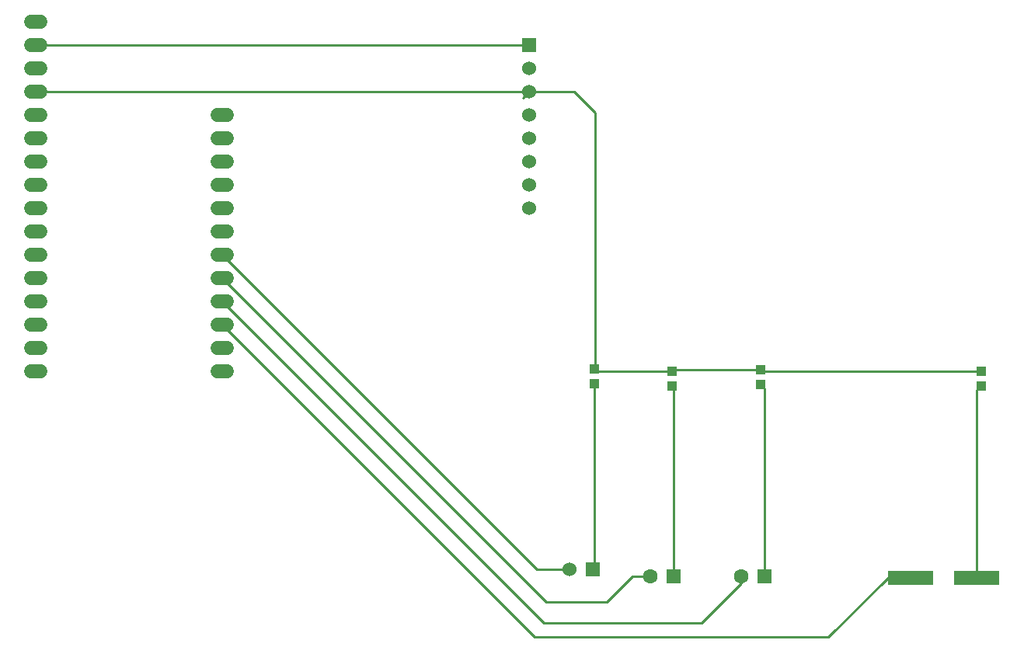
<source format=gtl>
G04 Layer: TopLayer*
G04 EasyEDA v6.4.19.5, 2021-05-20T10:28:44+07:00*
G04 27e653f2f64e4e94b3cc02e3c5d75013,8de9fd2be1ea41df81dd73b3f080cf7e,10*
G04 Gerber Generator version 0.2*
G04 Scale: 100 percent, Rotated: No, Reflected: No *
G04 Dimensions in millimeters *
G04 leading zeros omitted , absolute positions ,4 integer and 5 decimal *
%FSLAX45Y45*%
%MOMM*%

%ADD10C,0.2540*%
%ADD11R,5.0000X1.5000*%
%ADD12R,1.1000X1.0000*%
%ADD13R,1.6000X1.6000*%
%ADD14C,1.6000*%
%ADD15R,1.5240X1.5240*%
%ADD16C,1.5240*%

%LPD*%
D10*
X3873500Y4267200D02*
G01*
X7277100Y863600D01*
X10477500Y863600D01*
X11125200Y1511300D01*
X11374805Y1511300D01*
X3873500Y4521200D02*
G01*
X7378700Y1016000D01*
X9093200Y1016000D01*
X9525000Y1447800D01*
X9525000Y1524000D01*
X3873500Y5029200D02*
G01*
X7302500Y1600200D01*
X7658100Y1600200D01*
X3873500Y4775200D02*
G01*
X7404100Y1244600D01*
X8064500Y1244600D01*
X8343900Y1524000D01*
X8534400Y1524000D01*
X7213600Y7315200D02*
G01*
X1841500Y7315200D01*
X7213600Y6807200D02*
G01*
X7708900Y6807200D01*
X7937500Y6578600D01*
X7937500Y3810000D01*
X7213600Y6807200D02*
G01*
X1841500Y6807200D01*
X7150100Y6743700D02*
G01*
X7213600Y6807200D01*
X12141200Y3603005D02*
G01*
X12094794Y3556599D01*
X12094794Y1511300D01*
X9740900Y3615705D02*
G01*
X9779000Y3577605D01*
X9779000Y1524000D01*
X8775700Y3603005D02*
G01*
X8788400Y3590305D01*
X8788400Y1524000D01*
X7912100Y1600200D02*
G01*
X7924800Y1612900D01*
X7924800Y3628405D01*
X9740900Y3775699D02*
G01*
X9753600Y3762999D01*
X12141200Y3762999D01*
X8775700Y3762999D02*
G01*
X8788400Y3775699D01*
X9740900Y3775699D01*
X7924800Y3788399D02*
G01*
X7950200Y3762999D01*
X8775700Y3762999D01*
D11*
G01*
X11374805Y1511300D03*
G01*
X12094794Y1511300D03*
D12*
G01*
X9740900Y3615705D03*
G01*
X9740900Y3775699D03*
G01*
X8775700Y3603005D03*
G01*
X8775700Y3762999D03*
G01*
X7924800Y3628405D03*
G01*
X7924800Y3788399D03*
G01*
X12141200Y3603005D03*
G01*
X12141200Y3762999D03*
D13*
G01*
X8788400Y1524000D03*
D14*
G01*
X8534400Y1524000D03*
D15*
G01*
X7912100Y1600200D03*
D16*
G01*
X7658100Y1600200D03*
D13*
G01*
X9779000Y1524000D03*
D14*
G01*
X9525000Y1524000D03*
G36*
X7137400Y7391400D02*
G01*
X7289800Y7391400D01*
X7289800Y7239000D01*
X7137400Y7239000D01*
G37*
D16*
G01*
X7213600Y7061200D03*
G01*
X7213600Y6807200D03*
G01*
X7213600Y6553200D03*
G01*
X7213600Y6299200D03*
G01*
X7213600Y6045200D03*
G01*
X7213600Y5791200D03*
G01*
X7213600Y5537200D03*
X1790700Y7569200D02*
G01*
X1892300Y7569200D01*
X1790700Y7315200D02*
G01*
X1892300Y7315200D01*
X1790700Y7061200D02*
G01*
X1892300Y7061200D01*
X1790700Y6807200D02*
G01*
X1892300Y6807200D01*
X1790700Y6553200D02*
G01*
X1892300Y6553200D01*
X1790700Y6299200D02*
G01*
X1892300Y6299200D01*
X1790700Y6045200D02*
G01*
X1892300Y6045200D01*
X1790700Y5791200D02*
G01*
X1892300Y5791200D01*
X1790700Y5537200D02*
G01*
X1892300Y5537200D01*
X1790700Y5283200D02*
G01*
X1892300Y5283200D01*
X1790700Y5029200D02*
G01*
X1892300Y5029200D01*
X1790700Y4775200D02*
G01*
X1892300Y4775200D01*
X1790700Y4521200D02*
G01*
X1892300Y4521200D01*
X1790700Y4267200D02*
G01*
X1892300Y4267200D01*
X1790700Y4013200D02*
G01*
X1892300Y4013200D01*
X1790700Y3759200D02*
G01*
X1892300Y3759200D01*
X3822700Y3759200D02*
G01*
X3924300Y3759200D01*
X3822700Y4013200D02*
G01*
X3924300Y4013200D01*
X3822700Y4267200D02*
G01*
X3924300Y4267200D01*
X3822700Y4521200D02*
G01*
X3924300Y4521200D01*
X3822700Y4775200D02*
G01*
X3924300Y4775200D01*
X3822700Y5029200D02*
G01*
X3924300Y5029200D01*
X3822700Y5283200D02*
G01*
X3924300Y5283200D01*
X3822700Y5537200D02*
G01*
X3924300Y5537200D01*
X3822700Y5791200D02*
G01*
X3924300Y5791200D01*
X3822700Y6045200D02*
G01*
X3924300Y6045200D01*
X3822700Y6299200D02*
G01*
X3924300Y6299200D01*
X3822700Y6553200D02*
G01*
X3924300Y6553200D01*
M02*

</source>
